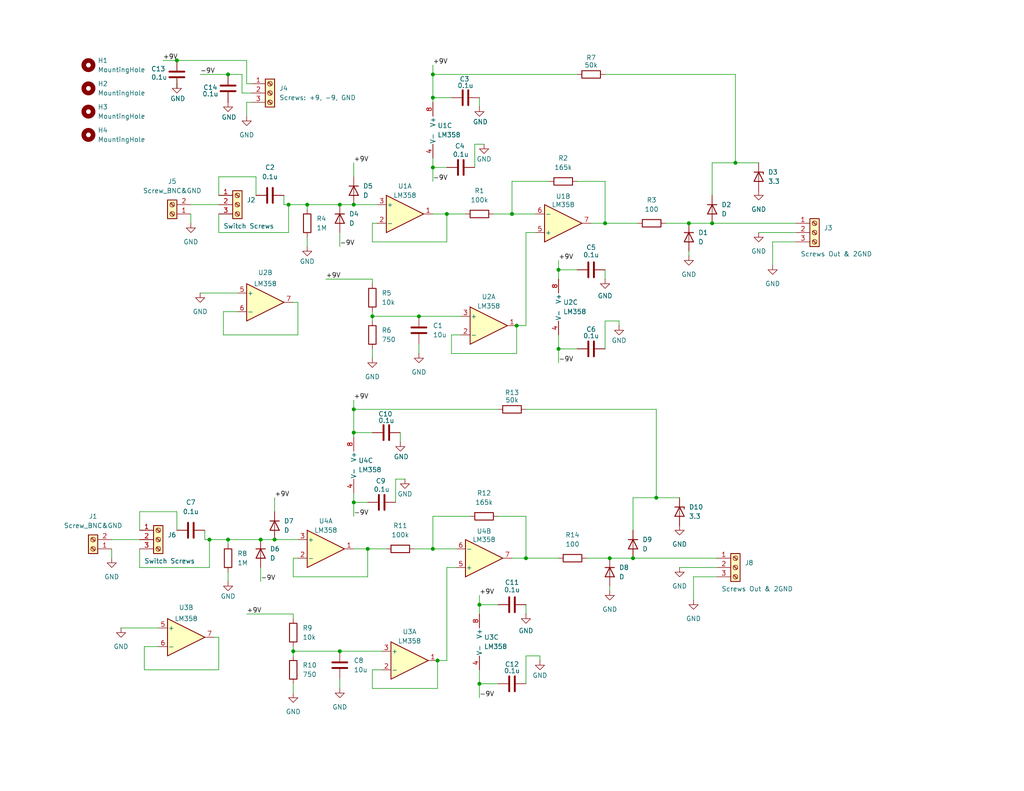
<source format=kicad_sch>
(kicad_sch (version 20231120) (generator "eeschema") (generator_version "8.0")
  (paper "USLetter")
  (title_block (title "Oscilloscope Analog Front End") (date "05/24/2025") (comment 1 "Author: Luka Radovic"))
  (lib_symbols
    (symbol "Amplifier_Operational:LM358" (pin_names (offset 0.127))
      (property "Reference" "U" (at 0 5.08 0))
      (property "Value" "LM358" (at 0 -5.08 0))
      (symbol "LM358_1_1"
        (polyline (pts (xy -5.08 5.08) (xy 5.08 0) (xy -5.08 -5.08) (xy -5.08 5.08)) (stroke (width 0.254)) (fill (type background)))
        (pin output line (at 7.62 0 180) (length 2.54) (name "~") (number "1"))
        (pin input line (at -7.62 -2.54 0) (length 2.54) (name "-") (number "2"))
        (pin input line (at -7.62 2.54 0) (length 2.54) (name "+") (number "3"))
      )
      (symbol "LM358_2_1"
        (polyline (pts (xy -5.08 5.08) (xy 5.08 0) (xy -5.08 -5.08) (xy -5.08 5.08)) (stroke (width 0.254)) (fill (type background)))
        (pin input line (at -7.62 2.54 0) (length 2.54) (name "+") (number "5"))
        (pin input line (at -7.62 -2.54 0) (length 2.54) (name "-") (number "6"))
        (pin output line (at 7.62 0 180) (length 2.54) (name "~") (number "7"))
      )
      (symbol "LM358_3_1"
        (pin power_in line (at -2.54 -7.62 90) (length 3.81) (name "V-") (number "4"))
        (pin power_in line (at -2.54 7.62 270) (length 3.81) (name "V+") (number "8"))
      )
    )
    (symbol "Connector:Screw_Terminal_01x02" (pin_names (offset 1.016) hide)
      (property "Reference" "J" (at 0 2.54 0))
      (property "Value" "Screw_Terminal_01x02" (at 0 -5.08 0))
      (symbol "Screw_Terminal_01x02_1_1"
        (rectangle (start -1.27 1.27) (end 1.27 -3.81) (stroke (width 0.254)) (fill (type background)))
        (circle (center 0 -2.54) (radius 0.635) (stroke (width 0.1524)))
        (polyline (pts (xy -0.5334 -2.2098) (xy 0.3302 -3.048)) (stroke (width 0.1524)))
        (polyline (pts (xy -0.5334 0.3302) (xy 0.3302 -0.508)) (stroke (width 0.1524)))
        (polyline (pts (xy -0.3556 -2.032) (xy 0.508 -2.8702)) (stroke (width 0.1524)))
        (polyline (pts (xy -0.3556 0.508) (xy 0.508 -0.3302)) (stroke (width 0.1524)))
        (circle (center 0 0) (radius 0.635) (stroke (width 0.1524)))
        (pin passive line (at -5.08 0 0) (length 3.81) (name "Pin_1") (number "1"))
        (pin passive line (at -5.08 -2.54 0) (length 3.81) (name "Pin_2") (number "2"))
      )
    )
    (symbol "Connector:Screw_Terminal_01x03" (pin_names (offset 1.016) hide)
      (property "Reference" "J" (at 0 5.08 0))
      (property "Value" "Screw_Terminal_01x03" (at 0 -5.08 0))
      (symbol "Screw_Terminal_01x03_1_1"
        (rectangle (start -1.27 3.81) (end 1.27 -3.81) (stroke (width 0.254)) (fill (type background)))
        (circle (center 0 -2.54) (radius 0.635) (stroke (width 0.1524)))
        (polyline (pts (xy -0.5334 -2.2098) (xy 0.3302 -3.048)) (stroke (width 0.1524)))
        (polyline (pts (xy -0.5334 0.3302) (xy 0.3302 -0.508)) (stroke (width 0.1524)))
        (polyline (pts (xy -0.5334 2.8702) (xy 0.3302 2.032)) (stroke (width 0.1524)))
        (polyline (pts (xy -0.3556 -2.032) (xy 0.508 -2.8702)) (stroke (width 0.1524)))
        (polyline (pts (xy -0.3556 0.508) (xy 0.508 -0.3302)) (stroke (width 0.1524)))
        (polyline (pts (xy -0.3556 3.048) (xy 0.508 2.2098)) (stroke (width 0.1524)))
        (circle (center 0 0) (radius 0.635) (stroke (width 0.1524)))
        (circle (center 0 2.54) (radius 0.635) (stroke (width 0.1524)))
        (pin passive line (at -5.08 2.54 0) (length 3.81) (name "Pin_1") (number "1"))
        (pin passive line (at -5.08 0 0) (length 3.81) (name "Pin_2") (number "2"))
        (pin passive line (at -5.08 -2.54 0) (length 3.81) (name "Pin_3") (number "3"))
      )
    )
    (symbol "Device:C" (pin_numbers hide) (pin_names (offset 0.254))
      (property "Reference" "C" (at 0.635 2.54 0))
      (property "Value" "C" (at 0.635 -2.54 0))
      (symbol "C_0_1"
        (polyline (pts (xy -2.032 -0.762) (xy 2.032 -0.762)) (stroke (width 0.508)))
        (polyline (pts (xy -2.032 0.762) (xy 2.032 0.762)) (stroke (width 0.508)))
      )
      (symbol "C_1_1"
        (pin passive line (at 0 3.81 270) (length 2.794) (name "~") (number "1"))
        (pin passive line (at 0 -3.81 90) (length 2.794) (name "~") (number "2"))
      )
    )
    (symbol "Device:D" (pin_numbers hide) (pin_names (offset 1.016) hide)
      (property "Reference" "D" (at 0 2.54 0))
      (property "Value" "D" (at 0 -2.54 0))
      (symbol "D_0_1"
        (polyline (pts (xy -1.27 1.27) (xy -1.27 -1.27)) (stroke (width 0.254)))
        (polyline (pts (xy 1.27 0) (xy -1.27 0)))
        (polyline (pts (xy 1.27 1.27) (xy 1.27 -1.27) (xy -1.27 0) (xy 1.27 1.27)) (stroke (width 0.254)))
      )
      (symbol "D_1_1"
        (pin passive line (at -3.81 0 0) (length 2.54) (name "K") (number "1"))
        (pin passive line (at 3.81 0 180) (length 2.54) (name "A") (number "2"))
      )
    )
    (symbol "Device:D_Zener" (pin_numbers hide) (pin_names (offset 1.016) hide)
      (property "Reference" "D" (at 0 2.54 0))
      (property "Value" "D_Zener" (at 0 -2.54 0))
      (symbol "D_Zener_0_1"
        (polyline (pts (xy 1.27 0) (xy -1.27 0)))
        (polyline (pts (xy -1.27 -1.27) (xy -1.27 1.27) (xy -0.762 1.27)) (stroke (width 0.254)))
        (polyline (pts (xy 1.27 -1.27) (xy 1.27 1.27) (xy -1.27 0) (xy 1.27 -1.27)) (stroke (width 0.254)))
      )
      (symbol "D_Zener_1_1"
        (pin passive line (at -3.81 0 0) (length 2.54) (name "K") (number "1"))
        (pin passive line (at 3.81 0 180) (length 2.54) (name "A") (number "2"))
      )
    )
    (symbol "Device:R" (pin_numbers hide) (pin_names (offset 0))
      (property "Reference" "R" (at 2.032 0 90))
      (property "Value" "R" (at 0 0 90))
      (symbol "R_0_1"
        (rectangle (start -1.016 -2.54) (end 1.016 2.54) (stroke (width 0.254)))
      )
      (symbol "R_1_1"
        (pin passive line (at 0 3.81 270) (length 1.27) (name "~") (number "1"))
        (pin passive line (at 0 -3.81 90) (length 1.27) (name "~") (number "2"))
      )
    )
    (symbol "Mechanical:MountingHole" (pin_names (offset 1.016)) (exclude_from_sim yes) (in_bom no)
      (property "Reference" "H" (at 0 5.08 0))
      (property "Value" "MountingHole" (at 0 3.175 0))
      (symbol "MountingHole_0_1"
        (circle (center 0 0) (radius 1.27) (stroke (width 1.27)))
      )
    )
    (symbol "power:GND" (power) (pin_numbers hide) (pin_names (offset 0) hide)
      (property "Value" "GND" (at 0 -3.81 0))
      (symbol "GND_0_1"
        (polyline (pts (xy 0 0) (xy 0 -1.27) (xy 1.27 -1.27) (xy 0 -2.54) (xy -1.27 -1.27) (xy 0 -1.27)))
      )
      (symbol "GND_1_1"
        (pin power_in line (at 0 0 270) (length 0) (name "~") (number "1"))
      )
    )
  )
  (junction (at 92.71 55.88))
  (junction (at 139.7 58.42))
  (junction (at 165.1 60.96))
  (junction (at 96.52 55.88))
  (junction (at 179.07 135.89))
  (junction (at 152.4 73.66))
  (junction (at 78.74 55.88))
  (junction (at 114.3 86.36))
  (junction (at 143.51 152.4))
  (junction (at 118.11 26.67))
  (junction (at 200.66 44.45))
  (junction (at 80.01 177.8))
  (junction (at 118.11 149.86))
  (junction (at 119.38 180.34))
  (junction (at 101.6 86.36))
  (junction (at 121.92 58.42))
  (junction (at 118.11 20.32))
  (junction (at 166.37 152.4))
  (junction (at 92.71 177.8))
  (junction (at 152.4 95.25))
  (junction (at 100.33 149.86))
  (junction (at 57.15 147.32))
  (junction (at 96.52 118.11))
  (junction (at 96.52 111.76))
  (junction (at 71.12 147.32))
  (junction (at 83.82 55.88))
  (junction (at 62.23 147.32))
  (junction (at 130.81 165.1))
  (junction (at 62.23 20.32))
  (junction (at 48.26 16.51))
  (junction (at 96.52 137.16))
  (junction (at 172.72 152.4))
  (junction (at 140.97 88.9))
  (junction (at 130.81 186.69))
  (junction (at 194.31 60.96))
  (junction (at 187.96 60.96))
  (junction (at 118.11 45.72))
  (junction (at 74.93 147.32))
  (wire (pts (xy 129.54 39.37) (xy 132.08 39.37)))
  (wire (pts (xy 130.81 186.69) (xy 135.89 186.69)))
  (wire (pts (xy 172.72 135.89) (xy 179.07 135.89)))
  (wire (pts (xy 143.51 140.97) (xy 135.89 140.97)))
  (wire (pts (xy 143.51 152.4) (xy 143.51 140.97)))
  (wire (pts (xy 130.81 26.67) (xy 130.81 29.21)))
  (wire (pts (xy 118.11 149.86) (xy 113.03 149.86)))
  (wire (pts (xy 48.26 24.13) (xy 48.26 22.86)))
  (wire (pts (xy 121.92 66.04) (xy 101.6 66.04)))
  (wire (pts (xy 140.97 88.9) (xy 143.51 88.9)))
  (wire (pts (xy 101.6 77.47) (xy 101.6 76.2)))
  (wire (pts (xy 165.1 87.63) (xy 168.91 87.63)))
  (wire (pts (xy 166.37 160.02) (xy 166.37 161.29)))
  (wire (pts (xy 71.12 154.94) (xy 71.12 158.75)))
  (wire (pts (xy 143.51 179.07) (xy 147.32 179.07)))
  (wire (pts (xy 152.4 71.12) (xy 152.4 73.66)))
  (wire (pts (xy 179.07 135.89) (xy 185.42 135.89)))
  (wire (pts (xy 80.01 177.8) (xy 92.71 177.8)))
  (wire (pts (xy 48.26 139.7) (xy 38.1 139.7)))
  (wire (pts (xy 57.15 154.94) (xy 57.15 147.32)))
  (wire (pts (xy 118.11 140.97) (xy 118.11 149.86)))
  (wire (pts (xy 83.82 64.77) (xy 83.82 67.31)))
  (wire (pts (xy 96.52 134.62) (xy 96.52 137.16)))
  (wire (pts (xy 96.52 55.88) (xy 102.87 55.88)))
  (wire (pts (xy 48.26 144.78) (xy 48.26 139.7)))
  (wire (pts (xy 57.15 147.32) (xy 62.23 147.32)))
  (wire (pts (xy 140.97 96.52) (xy 140.97 88.9)))
  (wire (pts (xy 100.33 157.48) (xy 80.01 157.48)))
  (wire (pts (xy 121.92 154.94) (xy 124.46 154.94)))
  (wire (pts (xy 39.37 176.53) (xy 39.37 182.88)))
  (wire (pts (xy 119.38 180.34) (xy 121.92 180.34)))
  (wire (pts (xy 101.6 85.09) (xy 101.6 86.36)))
  (wire (pts (xy 92.71 63.5) (xy 92.71 67.31)))
  (wire (pts (xy 78.74 55.88) (xy 77.47 55.88)))
  (wire (pts (xy 62.23 147.32) (xy 71.12 147.32)))
  (wire (pts (xy 38.1 139.7) (xy 38.1 144.78)))
  (wire (pts (xy 160.02 152.4) (xy 166.37 152.4)))
  (wire (pts (xy 80.01 157.48) (xy 80.01 152.4)))
  (wire (pts (xy 55.88 147.32) (xy 55.88 144.78)))
  (wire (pts (xy 128.27 140.97) (xy 118.11 140.97)))
  (wire (pts (xy 67.31 27.94) (xy 67.31 31.75)))
  (wire (pts (xy 107.95 130.81) (xy 107.95 137.16)))
  (wire (pts (xy 118.11 26.67) (xy 118.11 27.94)))
  (wire (pts (xy 139.7 152.4) (xy 143.51 152.4)))
  (wire (pts (xy 165.1 87.63) (xy 165.1 95.25)))
  (wire (pts (xy 96.52 44.45) (xy 96.52 48.26)))
  (wire (pts (xy 130.81 186.69) (xy 130.81 190.5)))
  (wire (pts (xy 152.4 95.25) (xy 152.4 99.06)))
  (wire (pts (xy 121.92 58.42) (xy 121.92 66.04)))
  (wire (pts (xy 67.31 22.86) (xy 67.31 16.51)))
  (wire (pts (xy 194.31 44.45) (xy 200.66 44.45)))
  (wire (pts (xy 38.1 149.86) (xy 38.1 154.94)))
  (wire (pts (xy 92.71 55.88) (xy 96.52 55.88)))
  (wire (pts (xy 96.52 111.76) (xy 135.89 111.76)))
  (wire (pts (xy 118.11 26.67) (xy 123.19 26.67)))
  (wire (pts (xy 77.47 55.88) (xy 77.47 53.34)))
  (wire (pts (xy 143.51 179.07) (xy 143.51 186.69)))
  (wire (pts (xy 149.86 49.53) (xy 139.7 49.53)))
  (wire (pts (xy 80.01 152.4) (xy 81.28 152.4)))
  (wire (pts (xy 130.81 165.1) (xy 130.81 167.64)))
  (wire (pts (xy 165.1 49.53) (xy 157.48 49.53)))
  (wire (pts (xy 104.14 182.88) (xy 101.6 182.88)))
  (wire (pts (xy 166.37 152.4) (xy 172.72 152.4)))
  (wire (pts (xy 59.69 58.42) (xy 59.69 63.5)))
  (wire (pts (xy 101.6 86.36) (xy 101.6 87.63)))
  (wire (pts (xy 152.4 91.44) (xy 152.4 95.25)))
  (wire (pts (xy 59.69 48.26) (xy 59.69 53.34)))
  (wire (pts (xy 96.52 149.86) (xy 100.33 149.86)))
  (wire (pts (xy 139.7 58.42) (xy 134.62 58.42)))
  (wire (pts (xy 81.28 91.44) (xy 81.28 82.55)))
  (wire (pts (xy 62.23 147.32) (xy 62.23 148.59)))
  (wire (pts (xy 118.11 17.78) (xy 118.11 20.32)))
  (wire (pts (xy 30.48 147.32) (xy 38.1 147.32)))
  (wire (pts (xy 92.71 177.8) (xy 104.14 177.8)))
  (wire (pts (xy 194.31 53.34) (xy 194.31 44.45)))
  (wire (pts (xy 152.4 95.25) (xy 157.48 95.25)))
  (wire (pts (xy 189.23 157.48) (xy 195.58 157.48)))
  (wire (pts (xy 152.4 73.66) (xy 152.4 76.2)))
  (wire (pts (xy 67.31 16.51) (xy 48.26 16.51)))
  (wire (pts (xy 59.69 182.88) (xy 59.69 173.99)))
  (wire (pts (xy 118.11 20.32) (xy 157.48 20.32)))
  (wire (pts (xy 118.11 20.32) (xy 118.11 26.67)))
  (wire (pts (xy 165.1 73.66) (xy 165.1 76.2)))
  (wire (pts (xy 43.18 171.45) (xy 33.02 171.45)))
  (wire (pts (xy 118.11 43.18) (xy 118.11 45.72)))
  (wire (pts (xy 96.52 118.11) (xy 96.52 119.38)))
  (wire (pts (xy 119.38 187.96) (xy 119.38 180.34)))
  (wire (pts (xy 62.23 156.21) (xy 62.23 158.75)))
  (wire (pts (xy 68.58 22.86) (xy 67.31 22.86)))
  (wire (pts (xy 88.9 76.2) (xy 101.6 76.2)))
  (wire (pts (xy 30.48 149.86) (xy 30.48 152.4)))
  (wire (pts (xy 130.81 162.56) (xy 130.81 165.1)))
  (wire (pts (xy 129.54 39.37) (xy 129.54 45.72)))
  (wire (pts (xy 38.1 154.94) (xy 57.15 154.94)))
  (wire (pts (xy 185.42 154.94) (xy 195.58 154.94)))
  (wire (pts (xy 54.61 20.32) (xy 62.23 20.32)))
  (wire (pts (xy 101.6 86.36) (xy 114.3 86.36)))
  (wire (pts (xy 200.66 44.45) (xy 207.01 44.45)))
  (wire (pts (xy 152.4 73.66) (xy 157.48 73.66)))
  (wire (pts (xy 130.81 165.1) (xy 135.89 165.1)))
  (wire (pts (xy 80.01 168.91) (xy 80.01 167.64)))
  (wire (pts (xy 165.1 60.96) (xy 165.1 49.53)))
  (wire (pts (xy 59.69 173.99) (xy 58.42 173.99)))
  (wire (pts (xy 57.15 147.32) (xy 55.88 147.32)))
  (wire (pts (xy 114.3 86.36) (xy 125.73 86.36)))
  (wire (pts (xy 59.69 63.5) (xy 78.74 63.5)))
  (wire (pts (xy 210.82 66.04) (xy 210.82 72.39)))
  (wire (pts (xy 96.52 111.76) (xy 96.52 118.11)))
  (wire (pts (xy 123.19 96.52) (xy 140.97 96.52)))
  (wire (pts (xy 200.66 44.45) (xy 200.66 20.32)))
  (wire (pts (xy 118.11 149.86) (xy 124.46 149.86)))
  (wire (pts (xy 168.91 87.63) (xy 168.91 88.9)))
  (wire (pts (xy 69.85 53.34) (xy 69.85 48.26)))
  (wire (pts (xy 147.32 179.07) (xy 147.32 180.34)))
  (wire (pts (xy 109.22 118.11) (xy 109.22 120.65)))
  (wire (pts (xy 143.51 63.5) (xy 146.05 63.5)))
  (wire (pts (xy 125.73 91.44) (xy 123.19 91.44)))
  (wire (pts (xy 101.6 60.96) (xy 102.87 60.96)))
  (wire (pts (xy 69.85 48.26) (xy 59.69 48.26)))
  (wire (pts (xy 187.96 60.96) (xy 194.31 60.96)))
  (wire (pts (xy 80.01 177.8) (xy 80.01 179.07)))
  (wire (pts (xy 83.82 55.88) (xy 92.71 55.88)))
  (wire (pts (xy 44.45 16.51) (xy 48.26 16.51)))
  (wire (pts (xy 165.1 60.96) (xy 173.99 60.96)))
  (wire (pts (xy 66.04 25.4) (xy 66.04 20.32)))
  (wire (pts (xy 96.52 137.16) (xy 96.52 140.97)))
  (wire (pts (xy 194.31 60.96) (xy 217.17 60.96)))
  (wire (pts (xy 100.33 149.86) (xy 100.33 157.48)))
  (wire (pts (xy 143.51 63.5) (xy 143.51 88.9)))
  (wire (pts (xy 172.72 152.4) (xy 195.58 152.4)))
  (wire (pts (xy 101.6 182.88) (xy 101.6 187.96)))
  (wire (pts (xy 161.29 60.96) (xy 165.1 60.96)))
  (wire (pts (xy 181.61 60.96) (xy 187.96 60.96)))
  (wire (pts (xy 139.7 49.53) (xy 139.7 58.42)))
  (wire (pts (xy 52.07 55.88) (xy 59.69 55.88)))
  (wire (pts (xy 100.33 149.86) (xy 105.41 149.86)))
  (wire (pts (xy 83.82 55.88) (xy 83.82 57.15)))
  (wire (pts (xy 139.7 58.42) (xy 146.05 58.42)))
  (wire (pts (xy 68.58 27.94) (xy 67.31 27.94)))
  (wire (pts (xy 96.52 118.11) (xy 101.6 118.11)))
  (wire (pts (xy 67.31 167.64) (xy 80.01 167.64)))
  (wire (pts (xy 143.51 152.4) (xy 152.4 152.4)))
  (wire (pts (xy 187.96 68.58) (xy 187.96 69.85)))
  (wire (pts (xy 207.01 63.5) (xy 217.17 63.5)))
  (wire (pts (xy 179.07 135.89) (xy 179.07 111.76)))
  (wire (pts (xy 101.6 187.96) (xy 119.38 187.96)))
  (wire (pts (xy 143.51 165.1) (xy 143.51 167.64)))
  (wire (pts (xy 101.6 66.04) (xy 101.6 60.96)))
  (wire (pts (xy 80.01 176.53) (xy 80.01 177.8)))
  (wire (pts (xy 114.3 93.98) (xy 114.3 96.52)))
  (wire (pts (xy 71.12 147.32) (xy 74.93 147.32)))
  (wire (pts (xy 118.11 58.42) (xy 121.92 58.42)))
  (wire (pts (xy 60.96 91.44) (xy 81.28 91.44)))
  (wire (pts (xy 74.93 147.32) (xy 81.28 147.32)))
  (wire (pts (xy 43.18 176.53) (xy 39.37 176.53)))
  (wire (pts (xy 64.77 85.09) (xy 60.96 85.09)))
  (wire (pts (xy 101.6 95.25) (xy 101.6 97.79)))
  (wire (pts (xy 52.07 58.42) (xy 52.07 60.96)))
  (wire (pts (xy 92.71 185.42) (xy 92.71 187.96)))
  (wire (pts (xy 130.81 182.88) (xy 130.81 186.69)))
  (wire (pts (xy 60.96 85.09) (xy 60.96 91.44)))
  (wire (pts (xy 66.04 25.4) (xy 68.58 25.4)))
  (wire (pts (xy 165.1 20.32) (xy 200.66 20.32)))
  (wire (pts (xy 78.74 55.88) (xy 83.82 55.88)))
  (wire (pts (xy 118.11 45.72) (xy 121.92 45.72)))
  (wire (pts (xy 64.77 80.01) (xy 54.61 80.01)))
  (wire (pts (xy 96.52 109.22) (xy 96.52 111.76)))
  (wire (pts (xy 80.01 186.69) (xy 80.01 189.23)))
  (wire (pts (xy 172.72 144.78) (xy 172.72 135.89)))
  (wire (pts (xy 107.95 130.81) (xy 110.49 130.81)))
  (wire (pts (xy 189.23 157.48) (xy 189.23 163.83)))
  (wire (pts (xy 123.19 91.44) (xy 123.19 96.52)))
  (wire (pts (xy 121.92 58.42) (xy 127 58.42)))
  (wire (pts (xy 118.11 45.72) (xy 118.11 49.53)))
  (wire (pts (xy 121.92 154.94) (xy 121.92 180.34)))
  (wire (pts (xy 78.74 63.5) (xy 78.74 55.88)))
  (wire (pts (xy 96.52 137.16) (xy 100.33 137.16)))
  (wire (pts (xy 39.37 182.88) (xy 59.69 182.88)))
  (wire (pts (xy 81.28 82.55) (xy 80.01 82.55)))
  (wire (pts (xy 143.51 111.76) (xy 179.07 111.76)))
  (wire (pts (xy 66.04 20.32) (xy 62.23 20.32)))
  (wire (pts (xy 210.82 66.04) (xy 217.17 66.04)))
  (wire (pts (xy 74.93 135.89) (xy 74.93 139.7)))
  (label "-9V" (at 96.52 140.97 0))
  (label "-9V" (at 118.11 49.53 0))
  (label "-9V" (at 71.12 158.75 0))
  (label "+9V" (at 88.9 76.2 0))
  (label "+9V" (at 96.52 44.45 0))
  (label "-9V" (at 152.4 99.06 0))
  (label "-9V" (at 130.81 190.5 0))
  (label "+9V" (at 96.52 109.22 0))
  (label "+9V" (at 67.31 167.64 0))
  (label "-9V" (at 92.71 67.31 0))
  (label "+9V" (at 74.93 135.89 0))
  (label "+9V" (at 44.45 16.51 0))
  (label "-9V" (at 54.61 20.32 0))
  (label "+9V" (at 152.4 71.12 0))
  (label "+9V" (at 118.11 17.78 0))
  (label "+9V" (at 130.81 162.56 0))
  (symbol (lib_id "Device:C") (at 52.07 144.78 270) (unit 1)
    (property "Reference" "C7" (at 52.07 137.16 90))
    (property "Value" "0.1u" (at 52.07 139.7 90))
    (property "Footprint" "Capacitor_SMD:C_0603_1608Metric" (effects (hide yes)))
    (property "Description" "Unpolarized capacitor" (effects (hide yes)))
  )
  (symbol (lib_id "power:GND") (at 48.26 22.86 0) (unit 1)
    (property "Reference" "#PWR017" (effects (hide yes)))
    (property "Value" "GND" (at 48.514 26.924 0))
    (property "Description" "Power symbol creates a global label with name \"GND\" , ground" (effects (hide yes)))
  )
  (symbol (lib_id "Device:R") (at 62.23 152.4 180) (unit 1)
    (property "Reference" "R8" (at 64.77 151.1299 0) (effects (justify right)))
    (property "Value" "1M" (at 64.77 153.6699 0) (effects (justify right)))
    (property "Footprint" "Resistor_SMD:R_0603_1608Metric" (effects (hide yes)))
    (property "Description" "Resistor" (effects (hide yes)))
  )
  (symbol (lib_id "power:GND") (at 33.02 171.45 0) (unit 1)
    (property "Reference" "#PWR016" (effects (hide yes)))
    (property "Value" "GND" (at 33.02 176.53 0))
    (property "Description" "Power symbol creates a global label with name \"GND\" , ground" (effects (hide yes)))
  )
  (symbol (lib_id "Device:D") (at 74.93 143.51 270) (unit 1)
    (property "Reference" "D7" (at 77.47 142.2399 90) (effects (justify left)))
    (property "Value" "D" (at 77.47 144.7799 90) (effects (justify left)))
    (property "Footprint" "Diode_SMD:D_SOD-523" (effects (hide yes)))
    (property "Description" "Diode" (effects (hide yes)))
    (property "Sim.Device" "D" (effects (hide yes)))
    (property "Sim.Pins" "1=K 2=A" (effects (hide yes)))
  )
  (symbol (lib_id "power:GND") (at 30.48 152.4 0) (unit 1)
    (property "Reference" "#PWR015" (effects (hide yes)))
    (property "Value" "GND" (at 30.48 157.48 0))
    (property "Description" "Power symbol creates a global label with name \"GND\" , ground" (effects (hide yes)))
  )
  (symbol (lib_id "Amplifier_Operational:LM358") (at 153.67 60.96 0) (mirror x) (unit 2)
    (property "Reference" "U1" (at 153.67 53.594 0))
    (property "Value" "LM358" (at 153.67 55.88 0))
    (property "Footprint" "AFEFoorprints:SOIC127P599X175-8N" (effects (hide yes)))
    (property "Datasheet" "http://www.ti.com/lit/ds/symlink/lm2904-n.pdf" (effects (hide yes)))
    (property "Description" "Low-Power, Dual Operational Amplifiers, DIP-8/SOIC-8/TO-99-8" (effects (hide yes)))
  )
  (symbol (lib_id "Device:D") (at 166.37 156.21 270) (unit 1)
    (property "Reference" "D8" (at 168.91 154.9399 90) (effects (justify left)))
    (property "Value" "D" (at 168.91 157.4799 90) (effects (justify left)))
    (property "Footprint" "Diode_SMD:D_SOD-523" (effects (hide yes)))
    (property "Description" "Diode" (effects (hide yes)))
    (property "Sim.Device" "D" (effects (hide yes)))
    (property "Sim.Pins" "1=K 2=A" (effects (hide yes)))
  )
  (symbol (lib_id "power:GND") (at 54.61 80.01 0) (unit 1)
    (property "Reference" "#PWR02" (effects (hide yes)))
    (property "Value" "GND" (at 54.61 85.09 0))
    (property "Description" "Power symbol creates a global label with name \"GND\" , ground" (effects (hide yes)))
  )
  (symbol (lib_id "Connector:Screw_Terminal_01x03") (at 222.25 63.5 0) (unit 1)
    (property "Reference" "J3" (at 224.79 62.2299 0) (effects (justify left)))
    (property "Value" "Screws Out & 2GND" (at 218.44 69.342 0) (effects (justify left)))
    (property "Footprint" "AFEFoorprints:3ScrewTerm" (effects (hide yes)))
    (property "Description" "Generic screw terminal, single row, 01x03, script generated (kicad-library-utils/schlib/autogen/connector/)" (effects (hide yes)))
  )
  (symbol (lib_id "Device:R") (at 130.81 58.42 90) (unit 1)
    (property "Reference" "R1" (at 130.81 52.07 90))
    (property "Value" "100k" (at 130.81 54.61 90))
    (property "Footprint" "Resistor_SMD:R_0603_1608Metric" (effects (hide yes)))
    (property "Description" "Resistor" (effects (hide yes)))
  )
  (symbol (lib_id "power:GND") (at 207.01 52.07 0) (unit 1)
    (property "Reference" "#PWR06" (effects (hide yes)))
    (property "Value" "GND" (at 207.01 57.15 0))
    (property "Description" "Power symbol creates a global label with name \"GND\" , ground" (effects (hide yes)))
  )
  (symbol (lib_id "Device:C") (at 139.7 165.1 270) (unit 1)
    (property "Reference" "C11" (at 139.7 159.004 90))
    (property "Value" "0.1u" (at 139.7 161.036 90))
    (property "Footprint" "Capacitor_SMD:C_0603_1608Metric" (effects (hide yes)))
    (property "Description" "Unpolarized capacitor" (effects (hide yes)))
  )
  (symbol (lib_id "Mechanical:MountingHole") (at 24.13 30.48 0) (unit 1) (exclude_from_sim yes) (in_bom no)
    (property "Reference" "H3" (at 26.67 29.2099 0) (effects (justify left)))
    (property "Value" "MountingHole" (at 26.67 31.7499 0) (effects (justify left)))
    (property "Footprint" "MountingHole:MountingHole_2.1mm" (effects (hide yes)))
    (property "Description" "Mounting Hole without connection" (effects (hide yes)))
  )
  (symbol (lib_id "Mechanical:MountingHole") (at 24.13 24.13 0) (unit 1) (exclude_from_sim yes) (in_bom no)
    (property "Reference" "H2" (at 26.67 22.8599 0) (effects (justify left)))
    (property "Value" "MountingHole" (at 26.67 25.3999 0) (effects (justify left)))
    (property "Footprint" "MountingHole:MountingHole_2.1mm" (effects (hide yes)))
    (property "Description" "Mounting Hole without connection" (effects (hide yes)))
  )
  (symbol (lib_id "power:GND") (at 92.71 187.96 0) (unit 1)
    (property "Reference" "#PWR020" (effects (hide yes)))
    (property "Value" "GND" (at 92.71 193.04 0))
    (property "Description" "Power symbol creates a global label with name \"GND\" , ground" (effects (hide yes)))
  )
  (symbol (lib_id "Amplifier_Operational:LM358") (at 99.06 127 0) (unit 3)
    (property "Reference" "U4" (at 97.79 125.7299 0) (effects (justify left)))
    (property "Value" "LM358" (at 97.79 128.2699 0) (effects (justify left)))
    (property "Footprint" "AFEFoorprints:SOIC127P599X175-8N" (effects (hide yes)))
    (property "Datasheet" "http://www.ti.com/lit/ds/symlink/lm2904-n.pdf" (effects (hide yes)))
    (property "Description" "Low-Power, Dual Operational Amplifiers, DIP-8/SOIC-8/TO-99-8" (effects (hide yes)))
  )
  (symbol (lib_id "power:GND") (at 80.01 189.23 0) (unit 1)
    (property "Reference" "#PWR019" (effects (hide yes)))
    (property "Value" "GND" (at 80.01 194.31 0))
    (property "Description" "Power symbol creates a global label with name \"GND\" , ground" (effects (hide yes)))
  )
  (symbol (lib_id "Amplifier_Operational:LM358") (at 154.94 83.82 0) (unit 3)
    (property "Reference" "U2" (at 153.67 82.5499 0) (effects (justify left)))
    (property "Value" "LM358" (at 153.67 85.0899 0) (effects (justify left)))
    (property "Footprint" "AFEFoorprints:SOIC127P599X175-8N" (effects (hide yes)))
    (property "Datasheet" "http://www.ti.com/lit/ds/symlink/lm2904-n.pdf" (effects (hide yes)))
    (property "Description" "Low-Power, Dual Operational Amplifiers, DIP-8/SOIC-8/TO-99-8" (effects (hide yes)))
  )
  (symbol (lib_id "Device:D") (at 187.96 64.77 270) (unit 1)
    (property "Reference" "D1" (at 190.5 63.4999 90) (effects (justify left)))
    (property "Value" "D" (at 190.5 66.0399 90) (effects (justify left)))
    (property "Footprint" "Diode_SMD:D_SOD-523" (effects (hide yes)))
    (property "Description" "Diode" (effects (hide yes)))
    (property "Sim.Device" "D" (effects (hide yes)))
    (property "Sim.Pins" "1=K 2=A" (effects (hide yes)))
  )
  (symbol (lib_id "power:GND") (at 143.51 167.64 0) (unit 1)
    (property "Reference" "#PWR023" (effects (hide yes)))
    (property "Value" "GND" (at 143.51 172.212 0))
    (property "Description" "Power symbol creates a global label with name \"GND\" , ground" (effects (hide yes)))
  )
  (symbol (lib_id "power:GND") (at 166.37 161.29 0) (unit 1)
    (property "Reference" "#PWR025" (effects (hide yes)))
    (property "Value" "GND" (at 166.37 166.37 0))
    (property "Description" "Power symbol creates a global label with name \"GND\" , ground" (effects (hide yes)))
  )
  (symbol (lib_id "Device:R") (at 80.01 172.72 180) (unit 1)
    (property "Reference" "R9" (at 82.55 171.4499 0) (effects (justify right)))
    (property "Value" "10k" (at 82.55 173.9899 0) (effects (justify right)))
    (property "Footprint" "Resistor_SMD:R_0603_1608Metric" (effects (hide yes)))
    (property "Description" "Resistor" (effects (hide yes)))
  )
  (symbol (lib_id "Device:R") (at 109.22 149.86 90) (unit 1)
    (property "Reference" "R11" (at 109.22 143.51 90))
    (property "Value" "100k" (at 109.22 146.05 90))
    (property "Footprint" "Resistor_SMD:R_0603_1608Metric" (effects (hide yes)))
    (property "Description" "Resistor" (effects (hide yes)))
  )
  (symbol (lib_id "power:GND") (at 187.96 69.85 0) (unit 1)
    (property "Reference" "#PWR04" (effects (hide yes)))
    (property "Value" "GND" (at 187.96 74.93 0))
    (property "Description" "Power symbol creates a global label with name \"GND\" , ground" (effects (hide yes)))
  )
  (symbol (lib_id "Amplifier_Operational:LM358") (at 120.65 35.56 0) (unit 3)
    (property "Reference" "U1" (at 119.38 34.2899 0) (effects (justify left)))
    (property "Value" "LM358" (at 119.38 36.8299 0) (effects (justify left)))
    (property "Footprint" "AFEFoorprints:SOIC127P599X175-8N" (effects (hide yes)))
    (property "Datasheet" "http://www.ti.com/lit/ds/symlink/lm2904-n.pdf" (effects (hide yes)))
    (property "Description" "Low-Power, Dual Operational Amplifiers, DIP-8/SOIC-8/TO-99-8" (effects (hide yes)))
  )
  (symbol (lib_id "Amplifier_Operational:LM358") (at 133.35 88.9 0) (unit 1)
    (property "Reference" "U2" (at 133.35 81.026 0))
    (property "Value" "LM358" (at 133.35 83.566 0))
    (property "Footprint" "AFEFoorprints:SOIC127P599X175-8N" (effects (hide yes)))
    (property "Datasheet" "http://www.ti.com/lit/ds/symlink/lm2904-n.pdf" (effects (hide yes)))
    (property "Description" "Low-Power, Dual Operational Amplifiers, DIP-8/SOIC-8/TO-99-8" (effects (hide yes)))
  )
  (symbol (lib_id "Device:R") (at 153.67 49.53 90) (unit 1)
    (property "Reference" "R2" (at 153.67 43.18 90))
    (property "Value" "165k" (at 153.67 45.72 90))
    (property "Footprint" "Resistor_SMD:R_0603_1608Metric" (effects (hide yes)))
    (property "Description" "Resistor" (effects (hide yes)))
  )
  (symbol (lib_id "power:GND") (at 83.82 67.31 0) (unit 1)
    (property "Reference" "#PWR01" (effects (hide yes)))
    (property "Value" "GND" (at 83.82 71.374 0))
    (property "Description" "Power symbol creates a global label with name \"GND\" , ground" (effects (hide yes)))
  )
  (symbol (lib_id "power:GND") (at 109.22 120.65 0) (unit 1)
    (property "Reference" "#PWR021" (effects (hide yes)))
    (property "Value" "GND" (at 109.474 124.714 0))
    (property "Description" "Power symbol creates a global label with name \"GND\" , ground" (effects (hide yes)))
  )
  (symbol (lib_id "Device:C") (at 48.26 20.32 180) (unit 1)
    (property "Reference" "C13" (at 43.18 18.796 0))
    (property "Value" "0.1u" (at 43.434 21.082 0))
    (property "Footprint" "Capacitor_SMD:C_0603_1608Metric" (effects (hide yes)))
    (property "Description" "Unpolarized capacitor" (effects (hide yes)))
  )
  (symbol (lib_id "Device:D") (at 194.31 57.15 270) (unit 1)
    (property "Reference" "D2" (at 196.85 55.8799 90) (effects (justify left)))
    (property "Value" "D" (at 196.85 58.4199 90) (effects (justify left)))
    (property "Footprint" "Diode_SMD:D_SOD-523" (effects (hide yes)))
    (property "Description" "Diode" (effects (hide yes)))
    (property "Sim.Device" "D" (effects (hide yes)))
    (property "Sim.Pins" "1=K 2=A" (effects (hide yes)))
  )
  (symbol (lib_id "Device:R") (at 80.01 182.88 180) (unit 1)
    (property "Reference" "R10" (at 82.55 181.6099 0) (effects (justify right)))
    (property "Value" "750" (at 82.55 184.1499 0) (effects (justify right)))
    (property "Footprint" "Resistor_SMD:R_0603_1608Metric" (effects (hide yes)))
    (property "Description" "Resistor" (effects (hide yes)))
  )
  (symbol (lib_id "Device:C") (at 104.14 137.16 270) (unit 1)
    (property "Reference" "C9" (at 103.886 131.318 90))
    (property "Value" "0.1u" (at 104.14 133.604 90))
    (property "Footprint" "Capacitor_SMD:C_0603_1608Metric" (effects (hide yes)))
    (property "Description" "Unpolarized capacitor" (effects (hide yes)))
  )
  (symbol (lib_id "Device:D_Zener") (at 185.42 139.7 270) (unit 1)
    (property "Reference" "D10" (at 187.96 138.4299 90) (effects (justify left)))
    (property "Value" "3.3" (at 187.96 140.9699 90) (effects (justify left)))
    (property "Footprint" "Diode_SMD:D_SOD-123" (effects (hide yes)))
    (property "Description" "Zener diode" (effects (hide yes)))
  )
  (symbol (lib_id "Device:R") (at 139.7 111.76 90) (unit 1)
    (property "Reference" "R13" (at 139.7 107.188 90))
    (property "Value" "50k" (at 139.7 109.22 90))
    (property "Footprint" "Resistor_SMD:R_0603_1608Metric" (effects (hide yes)))
    (property "Description" "Resistor" (effects (hide yes)))
  )
  (symbol (lib_id "Device:R") (at 177.8 60.96 90) (unit 1)
    (property "Reference" "R3" (at 177.8 54.61 90))
    (property "Value" "100" (at 177.8 57.15 90))
    (property "Footprint" "Resistor_SMD:R_0603_1608Metric" (effects (hide yes)))
    (property "Description" "Resistor" (effects (hide yes)))
  )
  (symbol (lib_id "power:GND") (at 168.91 88.9 0) (unit 1)
    (property "Reference" "#PWR011" (effects (hide yes)))
    (property "Value" "GND" (at 168.91 92.964 0))
    (property "Description" "Power symbol creates a global label with name \"GND\" , ground" (effects (hide yes)))
  )
  (symbol (lib_id "Connector:Screw_Terminal_01x03") (at 43.18 147.32 0) (unit 1)
    (property "Reference" "J6" (at 45.72 146.0499 0) (effects (justify left)))
    (property "Value" "Switch Screws" (at 39.37 153.162 0) (effects (justify left)))
    (property "Footprint" "AFEFoorprints:3ScrewTerm" (effects (hide yes)))
    (property "Description" "Generic screw terminal, single row, 01x03, script generated (kicad-library-utils/schlib/autogen/connector/)" (effects (hide yes)))
  )
  (symbol (lib_id "power:GND") (at 114.3 96.52 0) (unit 1)
    (property "Reference" "#PWR03" (effects (hide yes)))
    (property "Value" "GND" (at 114.3 101.6 0))
    (property "Description" "Power symbol creates a global label with name \"GND\" , ground" (effects (hide yes)))
  )
  (symbol (lib_id "power:GND") (at 185.42 143.51 0) (unit 1)
    (property "Reference" "#PWR026" (effects (hide yes)))
    (property "Value" "GND" (at 185.42 148.59 0))
    (property "Description" "Power symbol creates a global label with name \"GND\" , ground" (effects (hide yes)))
  )
  (symbol (lib_id "Amplifier_Operational:LM358") (at 133.35 175.26 0) (unit 3)
    (property "Reference" "U3" (at 132.08 173.9899 0) (effects (justify left)))
    (property "Value" "LM358" (at 132.08 176.5299 0) (effects (justify left)))
    (property "Footprint" "AFEFoorprints:SOIC127P599X175-8N" (effects (hide yes)))
    (property "Datasheet" "http://www.ti.com/lit/ds/symlink/lm2904-n.pdf" (effects (hide yes)))
    (property "Description" "Low-Power, Dual Operational Amplifiers, DIP-8/SOIC-8/TO-99-8" (effects (hide yes)))
  )
  (symbol (lib_id "Device:C") (at 161.29 73.66 270) (unit 1)
    (property "Reference" "C5" (at 161.29 67.564 90))
    (property "Value" "0.1u" (at 161.29 69.596 90))
    (property "Footprint" "Capacitor_SMD:C_0603_1608Metric" (effects (hide yes)))
    (property "Description" "Unpolarized capacitor" (effects (hide yes)))
  )
  (symbol (lib_id "Amplifier_Operational:LM358") (at 110.49 58.42 0) (unit 1)
    (property "Reference" "U1" (at 110.49 50.8 0))
    (property "Value" "LM358" (at 110.49 53.34 0))
    (property "Footprint" "AFEFoorprints:SOIC127P599X175-8N" (effects (hide yes)))
    (property "Datasheet" "http://www.ti.com/lit/ds/symlink/lm2904-n.pdf" (effects (hide yes)))
    (property "Description" "Low-Power, Dual Operational Amplifiers, DIP-8/SOIC-8/TO-99-8" (effects (hide yes)))
  )
  (symbol (lib_id "Amplifier_Operational:LM358") (at 72.39 82.55 0) (unit 2)
    (property "Reference" "U2" (at 72.39 74.422 0))
    (property "Value" "LM358" (at 72.39 77.47 0))
    (property "Footprint" "AFEFoorprints:SOIC127P599X175-8N" (effects (hide yes)))
    (property "Datasheet" "http://www.ti.com/lit/ds/symlink/lm2904-n.pdf" (effects (hide yes)))
    (property "Description" "Low-Power, Dual Operational Amplifiers, DIP-8/SOIC-8/TO-99-8" (effects (hide yes)))
  )
  (symbol (lib_id "Device:R") (at 161.29 20.32 90) (unit 1)
    (property "Reference" "R7" (at 161.29 15.748 90))
    (property "Value" "50k" (at 161.29 17.78 90))
    (property "Footprint" "Resistor_SMD:R_0603_1608Metric" (effects (hide yes)))
    (property "Description" "Resistor" (effects (hide yes)))
  )
  (symbol (lib_id "Device:C") (at 92.71 181.61 180) (unit 1)
    (property "Reference" "C8" (at 96.52 180.3399 0) (effects (justify right)))
    (property "Value" "10u" (at 96.52 182.8799 0) (effects (justify right)))
    (property "Footprint" "Capacitor_SMD:C_0603_1608Metric" (effects (hide yes)))
    (property "Description" "Unpolarized capacitor" (effects (hide yes)))
  )
  (symbol (lib_id "power:GND") (at 67.31 31.75 0) (unit 1)
    (property "Reference" "#PWR012" (effects (hide yes)))
    (property "Value" "GND" (at 67.31 36.83 0))
    (property "Description" "Power symbol creates a global label with name \"GND\" , ground" (effects (hide yes)))
  )
  (symbol (lib_id "Device:C") (at 105.41 118.11 270) (unit 1)
    (property "Reference" "C10" (at 105.156 113.03 90))
    (property "Value" "0.1u" (at 105.41 114.808 90))
    (property "Footprint" "Capacitor_SMD:C_0603_1608Metric" (effects (hide yes)))
    (property "Description" "Unpolarized capacitor" (effects (hide yes)))
  )
  (symbol (lib_id "Device:C") (at 127 26.67 270) (unit 1)
    (property "Reference" "C3" (at 126.746 21.59 90))
    (property "Value" "0.1u" (at 127 23.368 90))
    (property "Footprint" "Capacitor_SMD:C_0603_1608Metric" (effects (hide yes)))
    (property "Description" "Unpolarized capacitor" (effects (hide yes)))
  )
  (symbol (lib_id "Amplifier_Operational:LM358") (at 88.9 149.86 0) (unit 1)
    (property "Reference" "U4" (at 88.9 142.24 0))
    (property "Value" "LM358" (at 88.9 144.78 0))
    (property "Footprint" "AFEFoorprints:SOIC127P599X175-8N" (effects (hide yes)))
    (property "Datasheet" "http://www.ti.com/lit/ds/symlink/lm2904-n.pdf" (effects (hide yes)))
    (property "Description" "Low-Power, Dual Operational Amplifiers, DIP-8/SOIC-8/TO-99-8" (effects (hide yes)))
  )
  (symbol (lib_id "power:GND") (at 101.6 97.79 0) (unit 1)
    (property "Reference" "#PWR07" (effects (hide yes)))
    (property "Value" "GND" (at 101.6 102.87 0))
    (property "Description" "Power symbol creates a global label with name \"GND\" , ground" (effects (hide yes)))
  )
  (symbol (lib_id "Device:R") (at 156.21 152.4 90) (unit 1)
    (property "Reference" "R14" (at 156.21 146.05 90))
    (property "Value" "100" (at 156.21 148.59 90))
    (property "Footprint" "Resistor_SMD:R_0603_1608Metric" (effects (hide yes)))
    (property "Description" "Resistor" (effects (hide yes)))
  )
  (symbol (lib_id "power:GND") (at 62.23 27.94 0) (unit 1)
    (property "Reference" "#PWR029" (effects (hide yes)))
    (property "Value" "GND" (at 62.484 32.004 0))
    (property "Description" "Power symbol creates a global label with name \"GND\" , ground" (effects (hide yes)))
  )
  (symbol (lib_id "power:GND") (at 189.23 163.83 0) (unit 1)
    (property "Reference" "#PWR028" (effects (hide yes)))
    (property "Value" "GND" (at 189.23 168.91 0))
    (property "Description" "Power symbol creates a global label with name \"GND\" , ground" (effects (hide yes)))
  )
  (symbol (lib_id "power:GND") (at 52.07 60.96 0) (unit 1)
    (property "Reference" "#PWR05" (effects (hide yes)))
    (property "Value" "GND" (at 52.07 66.04 0))
    (property "Description" "Power symbol creates a global label with name \"GND\" , ground" (effects (hide yes)))
  )
  (symbol (lib_id "Device:C") (at 139.7 186.69 270) (unit 1)
    (property "Reference" "C12" (at 139.7 181.356 90))
    (property "Value" "0.1u" (at 139.7 183.134 90))
    (property "Footprint" "Capacitor_SMD:C_0603_1608Metric" (effects (hide yes)))
    (property "Description" "Unpolarized capacitor" (effects (hide yes)))
  )
  (symbol (lib_id "Device:C") (at 62.23 24.13 180) (unit 1)
    (property "Reference" "C14" (at 57.404 23.876 0))
    (property "Value" "0.1u" (at 57.404 25.654 0))
    (property "Footprint" "Capacitor_SMD:C_0603_1608Metric" (effects (hide yes)))
    (property "Description" "Unpolarized capacitor" (effects (hide yes)))
  )
  (symbol (lib_id "power:GND") (at 132.08 39.37 0) (unit 1)
    (property "Reference" "#PWR09" (effects (hide yes)))
    (property "Value" "GND" (at 132.08 43.434 0))
    (property "Description" "Power symbol creates a global label with name \"GND\" , ground" (effects (hide yes)))
  )
  (symbol (lib_id "Device:D_Zener") (at 207.01 48.26 270) (unit 1)
    (property "Reference" "D3" (at 209.55 46.9899 90) (effects (justify left)))
    (property "Value" "3.3" (at 209.55 49.5299 90) (effects (justify left)))
    (property "Footprint" "Diode_SMD:D_SOD-123" (effects (hide yes)))
    (property "Description" "Zener diode" (effects (hide yes)))
  )
  (symbol (lib_id "Connector:Screw_Terminal_01x02") (at 25.4 149.86 180) (unit 1)
    (property "Reference" "J1" (at 25.4 140.97 0))
    (property "Value" "Screw_BNC&GND" (at 25.4 143.51 0))
    (property "Footprint" "AFEFoorprints:2ScrewTerm" (effects (hide yes)))
    (property "Description" "Generic screw terminal, single row, 01x02, script generated (kicad-library-utils/schlib/autogen/connector/)" (effects (hide yes)))
  )
  (symbol (lib_id "Mechanical:MountingHole") (at 24.13 36.83 0) (unit 1) (exclude_from_sim yes) (in_bom no)
    (property "Reference" "H4" (at 26.67 35.5599 0) (effects (justify left)))
    (property "Value" "MountingHole" (at 26.67 38.0999 0) (effects (justify left)))
    (property "Footprint" "MountingHole:MountingHole_2.1mm" (effects (hide yes)))
    (property "Description" "Mounting Hole without connection" (effects (hide yes)))
  )
  (symbol (lib_id "Device:D") (at 96.52 52.07 270) (unit 1)
    (property "Reference" "D5" (at 99.06 50.7999 90) (effects (justify left)))
    (property "Value" "D" (at 99.06 53.3399 90) (effects (justify left)))
    (property "Footprint" "Diode_SMD:D_SOD-523" (effects (hide yes)))
    (property "Description" "Diode" (effects (hide yes)))
    (property "Sim.Device" "D" (effects (hide yes)))
    (property "Sim.Pins" "1=K 2=A" (effects (hide yes)))
  )
  (symbol (lib_id "Device:R") (at 83.82 60.96 180) (unit 1)
    (property "Reference" "R4" (at 86.36 59.6899 0) (effects (justify right)))
    (property "Value" "1M" (at 86.36 62.2299 0) (effects (justify right)))
    (property "Footprint" "Resistor_SMD:R_0603_1608Metric" (effects (hide yes)))
    (property "Description" "Resistor" (effects (hide yes)))
  )
  (symbol (lib_id "Amplifier_Operational:LM358") (at 132.08 152.4 0) (mirror x) (unit 2)
    (property "Reference" "U4" (at 132.08 145.034 0))
    (property "Value" "LM358" (at 132.08 147.32 0))
    (property "Footprint" "AFEFoorprints:SOIC127P599X175-8N" (effects (hide yes)))
    (property "Datasheet" "http://www.ti.com/lit/ds/symlink/lm2904-n.pdf" (effects (hide yes)))
    (property "Description" "Low-Power, Dual Operational Amplifiers, DIP-8/SOIC-8/TO-99-8" (effects (hide yes)))
  )
  (symbol (lib_id "Connector:Screw_Terminal_01x03") (at 73.66 25.4 0) (unit 1)
    (property "Reference" "J4" (at 76.2 24.1299 0) (effects (justify left)))
    (property "Value" "Screws: +9, -9, GND" (at 76.2 26.6699 0) (effects (justify left)))
    (property "Footprint" "AFEFoorprints:3ScrewTerm" (effects (hide yes)))
    (property "Description" "Generic screw terminal, single row, 01x03, script generated (kicad-library-utils/schlib/autogen/connector/)" (effects (hide yes)))
  )
  (symbol (lib_id "Amplifier_Operational:LM358") (at 111.76 180.34 0) (unit 1)
    (property "Reference" "U3" (at 111.76 172.466 0))
    (property "Value" "LM358" (at 111.76 175.006 0))
    (property "Footprint" "AFEFoorprints:SOIC127P599X175-8N" (effects (hide yes)))
    (property "Datasheet" "http://www.ti.com/lit/ds/symlink/lm2904-n.pdf" (effects (hide yes)))
    (property "Description" "Low-Power, Dual Operational Amplifiers, DIP-8/SOIC-8/TO-99-8" (effects (hide yes)))
  )
  (symbol (lib_id "Connector:Screw_Terminal_01x03") (at 64.77 55.88 0) (unit 1)
    (property "Reference" "J2" (at 67.31 54.6099 0) (effects (justify left)))
    (property "Value" "Switch Screws" (at 60.96 61.722 0) (effects (justify left)))
    (property "Footprint" "AFEFoorprints:3ScrewTerm" (effects (hide yes)))
    (property "Description" "Generic screw terminal, single row, 01x03, script generated (kicad-library-utils/schlib/autogen/connector/)" (effects (hide yes)))
  )
  (symbol (lib_id "Device:C") (at 73.66 53.34 270) (unit 1)
    (property "Reference" "C2" (at 73.66 45.72 90))
    (property "Value" "0.1u" (at 73.66 48.26 90))
    (property "Footprint" "Capacitor_SMD:C_0603_1608Metric" (effects (hide yes)))
    (property "Description" "Unpolarized capacitor" (effects (hide yes)))
  )
  (symbol (lib_id "Device:C") (at 114.3 90.17 180) (unit 1)
    (property "Reference" "C1" (at 118.11 88.8999 0) (effects (justify right)))
    (property "Value" "10u" (at 118.11 91.4399 0) (effects (justify right)))
    (property "Footprint" "Capacitor_SMD:C_0603_1608Metric" (effects (hide yes)))
    (property "Description" "Unpolarized capacitor" (effects (hide yes)))
  )
  (symbol (lib_id "power:GND") (at 62.23 158.75 0) (unit 1)
    (property "Reference" "#PWR018" (effects (hide yes)))
    (property "Value" "GND" (at 62.23 162.814 0))
    (property "Description" "Power symbol creates a global label with name \"GND\" , ground" (effects (hide yes)))
  )
  (symbol (lib_id "Device:D") (at 172.72 148.59 270) (unit 1)
    (property "Reference" "D9" (at 175.26 147.3199 90) (effects (justify left)))
    (property "Value" "D" (at 175.26 149.8599 90) (effects (justify left)))
    (property "Footprint" "Diode_SMD:D_SOD-523" (effects (hide yes)))
    (property "Description" "Diode" (effects (hide yes)))
    (property "Sim.Device" "D" (effects (hide yes)))
    (property "Sim.Pins" "1=K 2=A" (effects (hide yes)))
  )
  (symbol (lib_id "Device:C") (at 125.73 45.72 270) (unit 1)
    (property "Reference" "C4" (at 125.476 39.878 90))
    (property "Value" "0.1u" (at 125.73 42.164 90))
    (property "Footprint" "Capacitor_SMD:C_0603_1608Metric" (effects (hide yes)))
    (property "Description" "Unpolarized capacitor" (effects (hide yes)))
  )
  (symbol (lib_id "Amplifier_Operational:LM358") (at 50.8 173.99 0) (unit 2)
    (property "Reference" "U3" (at 50.8 165.862 0))
    (property "Value" "LM358" (at 50.8 168.91 0))
    (property "Footprint" "AFEFoorprints:SOIC127P599X175-8N" (effects (hide yes)))
    (property "Datasheet" "http://www.ti.com/lit/ds/symlink/lm2904-n.pdf" (effects (hide yes)))
    (property "Description" "Low-Power, Dual Operational Amplifiers, DIP-8/SOIC-8/TO-99-8" (effects (hide yes)))
  )
  (symbol (lib_id "power:GND") (at 185.42 154.94 0) (unit 1)
    (property "Reference" "#PWR027" (effects (hide yes)))
    (property "Value" "GND" (at 185.42 160.02 0))
    (property "Description" "Power symbol creates a global label with name \"GND\" , ground" (effects (hide yes)))
  )
  (symbol (lib_id "Device:C") (at 161.29 95.25 270) (unit 1)
    (property "Reference" "C6" (at 161.29 89.916 90))
    (property "Value" "0.1u" (at 161.29 91.694 90))
    (property "Footprint" "Capacitor_SMD:C_0603_1608Metric" (effects (hide yes)))
    (property "Description" "Unpolarized capacitor" (effects (hide yes)))
  )
  (symbol (lib_id "power:GND") (at 147.32 180.34 0) (unit 1)
    (property "Reference" "#PWR024" (effects (hide yes)))
    (property "Value" "GND" (at 147.32 184.404 0))
    (property "Description" "Power symbol creates a global label with name \"GND\" , ground" (effects (hide yes)))
  )
  (symbol (lib_id "Device:D") (at 92.71 59.69 270) (unit 1)
    (property "Reference" "D4" (at 95.25 58.4199 90) (effects (justify left)))
    (property "Value" "D" (at 95.25 60.9599 90) (effects (justify left)))
    (property "Footprint" "Diode_SMD:D_SOD-523" (effects (hide yes)))
    (property "Description" "Diode" (effects (hide yes)))
    (property "Sim.Device" "D" (effects (hide yes)))
    (property "Sim.Pins" "1=K 2=A" (effects (hide yes)))
  )
  (symbol (lib_id "Device:D") (at 71.12 151.13 270) (unit 1)
    (property "Reference" "D6" (at 73.66 149.8599 90) (effects (justify left)))
    (property "Value" "D" (at 73.66 152.3999 90) (effects (justify left)))
    (property "Footprint" "Diode_SMD:D_SOD-523" (effects (hide yes)))
    (property "Description" "Diode" (effects (hide yes)))
    (property "Sim.Device" "D" (effects (hide yes)))
    (property "Sim.Pins" "1=K 2=A" (effects (hide yes)))
  )
  (symbol (lib_id "Connector:Screw_Terminal_01x02") (at 46.99 58.42 180) (unit 1)
    (property "Reference" "J5" (at 46.99 49.53 0))
    (property "Value" "Screw_BNC&GND" (at 46.99 52.07 0))
    (property "Footprint" "AFEFoorprints:2ScrewTerm" (effects (hide yes)))
    (property "Description" "Generic screw terminal, single row, 01x02, script generated (kicad-library-utils/schlib/autogen/connector/)" (effects (hide yes)))
  )
  (symbol (lib_id "power:GND") (at 207.01 63.5 0) (unit 1)
    (property "Reference" "#PWR013" (effects (hide yes)))
    (property "Value" "GND" (at 207.01 68.58 0))
    (property "Description" "Power symbol creates a global label with name \"GND\" , ground" (effects (hide yes)))
  )
  (symbol (lib_id "power:GND") (at 130.81 29.21 0) (unit 1)
    (property "Reference" "#PWR08" (effects (hide yes)))
    (property "Value" "GND" (at 131.064 33.274 0))
    (property "Description" "Power symbol creates a global label with name \"GND\" , ground" (effects (hide yes)))
  )
  (symbol (lib_id "Connector:Screw_Terminal_01x03") (at 200.66 154.94 0) (unit 1)
    (property "Reference" "J8" (at 203.2 153.6699 0) (effects (justify left)))
    (property "Value" "Screws Out & 2GND" (at 196.85 160.782 0) (effects (justify left)))
    (property "Footprint" "AFEFoorprints:3ScrewTerm" (effects (hide yes)))
    (property "Description" "Generic screw terminal, single row, 01x03, script generated (kicad-library-utils/schlib/autogen/connector/)" (effects (hide yes)))
  )
  (symbol (lib_id "Device:R") (at 101.6 81.28 180) (unit 1)
    (property "Reference" "R5" (at 104.14 80.0099 0) (effects (justify right)))
    (property "Value" "10k" (at 104.14 82.5499 0) (effects (justify right)))
    (property "Footprint" "Resistor_SMD:R_0603_1608Metric" (effects (hide yes)))
    (property "Description" "Resistor" (effects (hide yes)))
  )
  (symbol (lib_id "Device:R") (at 101.6 91.44 180) (unit 1)
    (property "Reference" "R6" (at 104.14 90.1699 0) (effects (justify right)))
    (property "Value" "750" (at 104.14 92.7099 0) (effects (justify right)))
    (property "Footprint" "Resistor_SMD:R_0603_1608Metric" (effects (hide yes)))
    (property "Description" "Resistor" (effects (hide yes)))
  )
  (symbol (lib_id "Device:R") (at 132.08 140.97 90) (unit 1)
    (property "Reference" "R12" (at 132.08 134.62 90))
    (property "Value" "165k" (at 132.08 137.16 90))
    (property "Footprint" "Resistor_SMD:R_0603_1608Metric" (effects (hide yes)))
    (property "Description" "Resistor" (effects (hide yes)))
  )
  (symbol (lib_id "power:GND") (at 210.82 72.39 0) (unit 1)
    (property "Reference" "#PWR014" (effects (hide yes)))
    (property "Value" "GND" (at 210.82 77.47 0))
    (property "Description" "Power symbol creates a global label with name \"GND\" , ground" (effects (hide yes)))
  )
  (symbol (lib_id "power:GND") (at 165.1 76.2 0) (unit 1)
    (property "Reference" "#PWR010" (effects (hide yes)))
    (property "Value" "GND" (at 165.1 80.772 0))
    (property "Description" "Power symbol creates a global label with name \"GND\" , ground" (effects (hide yes)))
  )
  (symbol (lib_id "power:GND") (at 110.49 130.81 0) (unit 1)
    (property "Reference" "#PWR022" (effects (hide yes)))
    (property "Value" "GND" (at 110.49 134.874 0))
    (property "Description" "Power symbol creates a global label with name \"GND\" , ground" (effects (hide yes)))
  )
  (symbol (lib_id "Mechanical:MountingHole") (at 24.13 17.78 0) (unit 1) (exclude_from_sim yes) (in_bom no)
    (property "Reference" "H1" (at 26.67 16.5099 0) (effects (justify left)))
    (property "Value" "MountingHole" (at 26.67 19.0499 0) (effects (justify left)))
    (property "Footprint" "MountingHole:MountingHole_2.1mm" (effects (hide yes)))
    (property "Description" "Mounting Hole without connection" (effects (hide yes)))
  )
)
</source>
